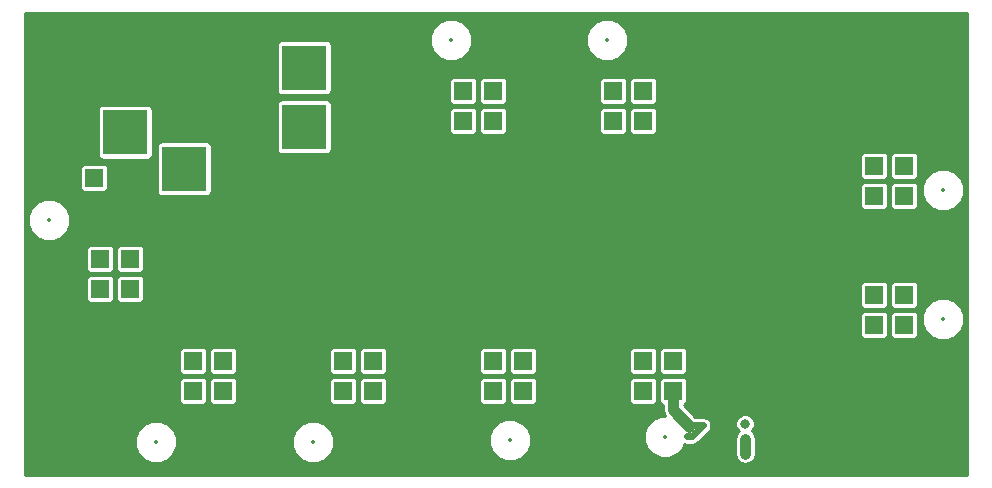
<source format=gbr>
%TF.GenerationSoftware,KiCad,Pcbnew,no-vcs-found-7571~57~ubuntu16.04.1*%
%TF.CreationDate,2017-02-03T14:39:28+01:00*%
%TF.ProjectId,UNIPOWER04A,554E49504F5745523034412E6B696361,rev?*%
%TF.FileFunction,Copper,L1,Top,Signal*%
%TF.FilePolarity,Positive*%
%FSLAX46Y46*%
G04 Gerber Fmt 4.6, Leading zero omitted, Abs format (unit mm)*
G04 Created by KiCad (PCBNEW no-vcs-found-7571~57~ubuntu16.04.1) date Fri Feb  3 14:39:28 2017*
%MOMM*%
%LPD*%
G01*
G04 APERTURE LIST*
%ADD10C,0.350000*%
%ADD11R,3.810000X3.810000*%
%ADD12R,1.524000X1.524000*%
%ADD13C,6.000000*%
%ADD14C,0.800000*%
%ADD15C,0.900000*%
%ADD16C,0.600000*%
%ADD17C,0.254000*%
%ADD18C,0.350000*%
G04 APERTURE END LIST*
D10*
D11*
X14224000Y32870000D03*
X14224000Y26670000D03*
X9224000Y29770000D03*
D12*
X6604000Y25908000D03*
X9652000Y13970000D03*
X7112000Y13970000D03*
X9652000Y16510000D03*
X7112000Y16510000D03*
X9652000Y19050000D03*
X7112000Y19050000D03*
X9652000Y21590000D03*
X7112000Y21590000D03*
X20066000Y10414000D03*
X20066000Y7874000D03*
X17526000Y10414000D03*
X17526000Y7874000D03*
X14986000Y10414000D03*
X14986000Y7874000D03*
X12446000Y10414000D03*
X12446000Y7874000D03*
X37846000Y7874000D03*
X37846000Y10414000D03*
X40386000Y7874000D03*
X40386000Y10414000D03*
X42926000Y7874000D03*
X42926000Y10414000D03*
X45466000Y7874000D03*
X45466000Y10414000D03*
X48006000Y30734000D03*
X48006000Y33274000D03*
X50546000Y30734000D03*
X50546000Y33274000D03*
X53086000Y30734000D03*
X53086000Y33274000D03*
X55626000Y30734000D03*
X55626000Y33274000D03*
X35306000Y30734000D03*
X35306000Y33274000D03*
X37846000Y30734000D03*
X37846000Y33274000D03*
X40386000Y30734000D03*
X40386000Y33274000D03*
X42926000Y30734000D03*
X42926000Y33274000D03*
X75184000Y21844000D03*
X72644000Y21844000D03*
X75184000Y24384000D03*
X72644000Y24384000D03*
X75184000Y26924000D03*
X72644000Y26924000D03*
X75184000Y29464000D03*
X72644000Y29464000D03*
X25146000Y7874000D03*
X25146000Y10414000D03*
X27686000Y7874000D03*
X27686000Y10414000D03*
X30226000Y7874000D03*
X30226000Y10414000D03*
X32766000Y7874000D03*
X32766000Y10414000D03*
X50546000Y7874000D03*
X50546000Y10414000D03*
X53086000Y7874000D03*
X53086000Y10414000D03*
X55626000Y7874000D03*
X55626000Y10414000D03*
X58166000Y7874000D03*
X58166000Y10414000D03*
X75184000Y10922000D03*
X72644000Y10922000D03*
X75184000Y13462000D03*
X72644000Y13462000D03*
X75184000Y16002000D03*
X72644000Y16002000D03*
X75184000Y18542000D03*
X72644000Y18542000D03*
D13*
X76200000Y35560000D03*
X76200000Y5080000D03*
X5080000Y35560000D03*
X5080000Y5080000D03*
D11*
X24384000Y35226000D03*
X24384000Y30226000D03*
X29464000Y30226000D03*
X29464000Y35226000D03*
D14*
X55880000Y36322000D03*
X55880000Y37592000D03*
X55880000Y38608000D03*
X42418000Y35560000D03*
X42418000Y36576000D03*
X42418000Y37846000D03*
X42418000Y39116000D03*
X64516000Y18796000D03*
X66294000Y18796000D03*
X67818000Y19050000D03*
X67818000Y20574000D03*
X67818000Y22098000D03*
X67056000Y23114000D03*
X65532000Y23114000D03*
X64008000Y23114000D03*
X63754000Y21590000D03*
X70358000Y7366000D03*
X69850000Y8382000D03*
X68834000Y8382000D03*
X67818000Y8382000D03*
X66802000Y8382000D03*
X4318000Y10668000D03*
X3048000Y10668000D03*
X1778000Y10668000D03*
X20320000Y5842000D03*
X19304000Y5842000D03*
X18034000Y5842000D03*
X33782000Y5588000D03*
X32766000Y5588000D03*
X31750000Y5588000D03*
X58674000Y28702000D03*
X58674000Y29972000D03*
X58674000Y31496000D03*
X58674000Y33020000D03*
X58674000Y34290000D03*
X57404000Y34290000D03*
X57404000Y33020000D03*
X57404000Y31496000D03*
X57404000Y29972000D03*
X57404000Y28702000D03*
X33528000Y30480000D03*
X33528000Y31750000D03*
X33528000Y33020000D03*
X33528000Y34290000D03*
X33274000Y35560000D03*
X34544000Y35560000D03*
X46228000Y35052000D03*
X46228000Y33782000D03*
X46228000Y32512000D03*
X46228000Y31242000D03*
X46228000Y29972000D03*
X44958000Y29972000D03*
X44958000Y31242000D03*
X44958000Y32512000D03*
X44958000Y33782000D03*
X44958000Y35052000D03*
X73660000Y32766000D03*
X72390000Y32766000D03*
X71120000Y32766000D03*
X71120000Y31496000D03*
X72390000Y31496000D03*
X73914000Y31496000D03*
X75438000Y31496000D03*
X76962000Y31496000D03*
X79756000Y21336000D03*
X78486000Y21336000D03*
X77216000Y21336000D03*
X76200000Y20320000D03*
X74930000Y20320000D03*
X73660000Y20320000D03*
X72390000Y20320000D03*
X71120000Y20320000D03*
X70612000Y10414000D03*
X77216000Y9144000D03*
X75692000Y8890000D03*
X74422000Y8890000D03*
X72898000Y8890000D03*
X71628000Y8890000D03*
X59944000Y6858000D03*
X61214000Y6858000D03*
X61214000Y7874000D03*
X61214000Y9144000D03*
X59944000Y11684000D03*
X59944000Y10414000D03*
X59944000Y9144000D03*
X59944000Y7874000D03*
X48768000Y11176000D03*
X48768000Y9906000D03*
X48768000Y8636000D03*
X47498000Y8636000D03*
X47498000Y9906000D03*
X47498000Y11176000D03*
X36068000Y7874000D03*
X36068000Y9144000D03*
X36068000Y10414000D03*
X36068000Y11430000D03*
X34798000Y11430000D03*
X34798000Y10414000D03*
X34798000Y9144000D03*
X34798000Y7874000D03*
X10668000Y23622000D03*
X9652000Y23622000D03*
X8382000Y23622000D03*
X7112000Y23622000D03*
X10160000Y10668000D03*
X8890000Y10668000D03*
X7366000Y10668000D03*
X6096000Y10668000D03*
X6096000Y11938000D03*
X7366000Y11938000D03*
X8890000Y11938000D03*
X10160000Y11938000D03*
X22098000Y8636000D03*
X22098000Y9906000D03*
X22098000Y7366000D03*
X23114000Y7366000D03*
X23114000Y8636000D03*
X23114000Y9906000D03*
X23114000Y11176000D03*
X22098000Y11176000D03*
X17272000Y35306000D03*
X16002000Y35814000D03*
X14478000Y35814000D03*
X12954000Y35814000D03*
X11430000Y35814000D03*
X11430000Y34544000D03*
X11430000Y33020000D03*
X12192000Y29972000D03*
X13208000Y29972000D03*
X14732000Y29972000D03*
X26162000Y27432000D03*
X27432000Y27432000D03*
X28702000Y27432000D03*
X29972000Y27432000D03*
X31242000Y27432000D03*
X32512000Y27686000D03*
X32512000Y28956000D03*
X32512000Y30226000D03*
X61722000Y5080000D03*
X61722000Y3810000D03*
X61722000Y2540000D03*
D15*
X55880000Y38608000D02*
X55880000Y37592000D01*
X42418000Y36576000D02*
X42418000Y35560000D01*
X42418000Y39116000D02*
X42418000Y37846000D01*
X67818000Y19050000D02*
X66548000Y19050000D01*
X66548000Y19050000D02*
X66294000Y18796000D01*
X67818000Y22098000D02*
X67818000Y20574000D01*
X65532000Y23114000D02*
X67056000Y23114000D01*
X63754000Y21590000D02*
X63754000Y22860000D01*
X63754000Y22860000D02*
X64008000Y23114000D01*
X68834000Y8382000D02*
X69850000Y8382000D01*
X66802000Y8382000D02*
X67818000Y8382000D01*
X1778000Y10668000D02*
X3048000Y10668000D01*
X18034000Y5842000D02*
X19304000Y5842000D01*
X31750000Y5588000D02*
X32766000Y5588000D01*
X44704000Y6096000D02*
X45974000Y6096000D01*
X58674000Y31496000D02*
X58674000Y29972000D01*
X58674000Y34290000D02*
X58674000Y33020000D01*
X57404000Y33020000D02*
X57404000Y34290000D01*
X57404000Y29972000D02*
X57404000Y31496000D01*
X55626000Y30734000D02*
X55626000Y30480000D01*
X55626000Y30480000D02*
X57404000Y28702000D01*
X33528000Y33020000D02*
X33528000Y31750000D01*
X33274000Y35560000D02*
X33274000Y34544000D01*
X33274000Y34544000D02*
X33528000Y34290000D01*
X35306000Y33274000D02*
X35306000Y34798000D01*
X35306000Y34798000D02*
X34544000Y35560000D01*
X46228000Y32512000D02*
X46228000Y33782000D01*
X46228000Y29972000D02*
X46228000Y31242000D01*
X44958000Y31242000D02*
X44958000Y29972000D01*
X44958000Y33782000D02*
X44958000Y32512000D01*
X42926000Y33274000D02*
X43180000Y33274000D01*
X43180000Y33274000D02*
X44958000Y35052000D01*
X71120000Y32766000D02*
X72390000Y32766000D01*
X72390000Y31496000D02*
X71120000Y31496000D01*
X75438000Y31496000D02*
X73914000Y31496000D01*
X75184000Y29464000D02*
X75184000Y29718000D01*
X75184000Y29718000D02*
X76962000Y31496000D01*
X77216000Y21336000D02*
X78486000Y21336000D01*
X74930000Y20320000D02*
X76200000Y20320000D01*
X72390000Y20320000D02*
X73660000Y20320000D01*
X72644000Y18542000D02*
X72644000Y18796000D01*
X72644000Y18796000D02*
X71120000Y20320000D01*
X75692000Y8890000D02*
X76962000Y8890000D01*
X76962000Y8890000D02*
X77216000Y9144000D01*
X72898000Y8890000D02*
X74422000Y8890000D01*
X72644000Y10922000D02*
X72644000Y9906000D01*
X72644000Y9906000D02*
X71628000Y8890000D01*
X61214000Y7874000D02*
X61214000Y6858000D01*
X59944000Y11684000D02*
X59944000Y10414000D01*
X59944000Y10414000D02*
X61214000Y9144000D01*
X59944000Y9144000D02*
X59944000Y10414000D01*
X58166000Y7874000D02*
X59944000Y7874000D01*
X48768000Y8636000D02*
X48768000Y9906000D01*
X47498000Y7366000D02*
X48768000Y7366000D01*
X47498000Y9906000D02*
X47498000Y8636000D01*
X45466000Y10414000D02*
X46736000Y10414000D01*
X46736000Y10414000D02*
X47498000Y11176000D01*
X36068000Y10414000D02*
X36068000Y9144000D01*
X34798000Y11430000D02*
X36068000Y11430000D01*
X34798000Y9144000D02*
X34798000Y10414000D01*
X32766000Y7874000D02*
X34798000Y7874000D01*
X8382000Y23622000D02*
X9652000Y23622000D01*
X7112000Y21590000D02*
X7112000Y23622000D01*
X7366000Y10668000D02*
X8890000Y10668000D01*
X6096000Y11938000D02*
X6096000Y10668000D01*
X8890000Y11938000D02*
X7366000Y11938000D01*
X12446000Y10414000D02*
X11684000Y10414000D01*
X11684000Y10414000D02*
X10160000Y11938000D01*
X22098000Y11176000D02*
X22098000Y9906000D01*
X23114000Y8636000D02*
X23114000Y7366000D01*
X23114000Y11176000D02*
X23114000Y9906000D01*
X20066000Y10414000D02*
X21336000Y10414000D01*
X21336000Y10414000D02*
X22098000Y11176000D01*
X14478000Y35814000D02*
X16002000Y35814000D01*
X11430000Y35814000D02*
X12954000Y35814000D01*
X11430000Y33020000D02*
X11430000Y34544000D01*
X13208000Y29972000D02*
X12192000Y29972000D01*
X14224000Y32870000D02*
X14224000Y30480000D01*
X14224000Y30480000D02*
X14732000Y29972000D01*
X28702000Y27432000D02*
X27432000Y27432000D01*
X31242000Y27432000D02*
X29972000Y27432000D01*
X32512000Y28956000D02*
X32512000Y27686000D01*
X29464000Y30226000D02*
X32512000Y30226000D01*
X61722000Y2540000D02*
X61722000Y3810000D01*
D16*
X57226200Y4032400D02*
X56788200Y4032400D01*
X58131000Y4937200D02*
X57226200Y4032400D01*
X57200800Y4937200D02*
X58131000Y4937200D01*
X55626000Y7874000D02*
X55626000Y6512000D01*
X55626000Y6512000D02*
X57200800Y4937200D01*
D15*
X55626000Y6212000D02*
X56997600Y4840400D01*
X55626000Y7874000D02*
X55626000Y6212000D01*
D17*
G36*
X80524000Y756000D02*
X756000Y756000D01*
X756000Y3204084D01*
X10033693Y3204084D01*
X10303655Y2550726D01*
X10803096Y2050412D01*
X11455982Y1779310D01*
X12162916Y1778693D01*
X12816274Y2048655D01*
X13316588Y2548096D01*
X13587690Y3200982D01*
X13587692Y3204084D01*
X23368693Y3204084D01*
X23638655Y2550726D01*
X24138096Y2050412D01*
X24790982Y1779310D01*
X25497916Y1778693D01*
X26151274Y2048655D01*
X26651588Y2548096D01*
X26922690Y3200982D01*
X26922803Y3331084D01*
X40031093Y3331084D01*
X40301055Y2677726D01*
X40800496Y2177412D01*
X41453382Y1906310D01*
X42160316Y1905693D01*
X42813674Y2175655D01*
X43313988Y2675096D01*
X43585090Y3327982D01*
X43585358Y3635884D01*
X53137493Y3635884D01*
X53407455Y2982526D01*
X53906896Y2482212D01*
X54559782Y2211110D01*
X55266716Y2210493D01*
X55920074Y2480455D01*
X56420388Y2979896D01*
X56573299Y3348147D01*
X56788200Y3305400D01*
X57226195Y3305400D01*
X57226200Y3305399D01*
X57458252Y3351558D01*
X57504411Y3360740D01*
X57740267Y3518333D01*
X58031933Y3810000D01*
X60845000Y3810000D01*
X60845000Y2540000D01*
X60911758Y2204387D01*
X61101867Y1919867D01*
X61386387Y1729758D01*
X61722000Y1663000D01*
X62057613Y1729758D01*
X62342133Y1919867D01*
X62532242Y2204387D01*
X62599000Y2540000D01*
X62599000Y3810000D01*
X62532242Y4145613D01*
X62342133Y4430133D01*
X62281895Y4470383D01*
X62422688Y4610930D01*
X62548856Y4914778D01*
X62549143Y5243779D01*
X62423505Y5547846D01*
X62191070Y5780688D01*
X61887222Y5906856D01*
X61558221Y5907143D01*
X61254154Y5781505D01*
X61021312Y5549070D01*
X60895144Y5245222D01*
X60894857Y4916221D01*
X61020495Y4612154D01*
X61162053Y4470348D01*
X61101867Y4430133D01*
X60911758Y4145613D01*
X60845000Y3810000D01*
X58031933Y3810000D01*
X58645064Y4423131D01*
X58645067Y4423133D01*
X58802660Y4658989D01*
X58858000Y4937200D01*
X58802660Y5215411D01*
X58645067Y5451267D01*
X58409211Y5608860D01*
X58131000Y5664200D01*
X57501933Y5664200D01*
X56503000Y6663134D01*
X56503000Y6699510D01*
X56554607Y6709775D01*
X56695850Y6804150D01*
X56790225Y6945393D01*
X56823365Y7112000D01*
X56823365Y8636000D01*
X56790225Y8802607D01*
X56695850Y8943850D01*
X56554607Y9038225D01*
X56388000Y9071365D01*
X54864000Y9071365D01*
X54697393Y9038225D01*
X54556150Y8943850D01*
X54461775Y8802607D01*
X54428635Y8636000D01*
X54428635Y7112000D01*
X54461775Y6945393D01*
X54556150Y6804150D01*
X54697393Y6709775D01*
X54749000Y6699510D01*
X54749000Y6212000D01*
X54815758Y5876387D01*
X54890303Y5764821D01*
X54562884Y5765107D01*
X53909526Y5495145D01*
X53409212Y4995704D01*
X53138110Y4342818D01*
X53137493Y3635884D01*
X43585358Y3635884D01*
X43585707Y4034916D01*
X43315745Y4688274D01*
X42816304Y5188588D01*
X42163418Y5459690D01*
X41456484Y5460307D01*
X40803126Y5190345D01*
X40302812Y4690904D01*
X40031710Y4038018D01*
X40031093Y3331084D01*
X26922803Y3331084D01*
X26923307Y3907916D01*
X26653345Y4561274D01*
X26153904Y5061588D01*
X25501018Y5332690D01*
X24794084Y5333307D01*
X24140726Y5063345D01*
X23640412Y4563904D01*
X23369310Y3911018D01*
X23368693Y3204084D01*
X13587692Y3204084D01*
X13588307Y3907916D01*
X13318345Y4561274D01*
X12818904Y5061588D01*
X12166018Y5332690D01*
X11459084Y5333307D01*
X10805726Y5063345D01*
X10305412Y4563904D01*
X10034310Y3911018D01*
X10033693Y3204084D01*
X756000Y3204084D01*
X756000Y8636000D01*
X13788635Y8636000D01*
X13788635Y7112000D01*
X13821775Y6945393D01*
X13916150Y6804150D01*
X14057393Y6709775D01*
X14224000Y6676635D01*
X15748000Y6676635D01*
X15914607Y6709775D01*
X16055850Y6804150D01*
X16150225Y6945393D01*
X16183365Y7112000D01*
X16183365Y8636000D01*
X16328635Y8636000D01*
X16328635Y7112000D01*
X16361775Y6945393D01*
X16456150Y6804150D01*
X16597393Y6709775D01*
X16764000Y6676635D01*
X18288000Y6676635D01*
X18454607Y6709775D01*
X18595850Y6804150D01*
X18690225Y6945393D01*
X18723365Y7112000D01*
X18723365Y8636000D01*
X26488635Y8636000D01*
X26488635Y7112000D01*
X26521775Y6945393D01*
X26616150Y6804150D01*
X26757393Y6709775D01*
X26924000Y6676635D01*
X28448000Y6676635D01*
X28614607Y6709775D01*
X28755850Y6804150D01*
X28850225Y6945393D01*
X28883365Y7112000D01*
X28883365Y8636000D01*
X29028635Y8636000D01*
X29028635Y7112000D01*
X29061775Y6945393D01*
X29156150Y6804150D01*
X29297393Y6709775D01*
X29464000Y6676635D01*
X30988000Y6676635D01*
X31154607Y6709775D01*
X31295850Y6804150D01*
X31390225Y6945393D01*
X31423365Y7112000D01*
X31423365Y8636000D01*
X39188635Y8636000D01*
X39188635Y7112000D01*
X39221775Y6945393D01*
X39316150Y6804150D01*
X39457393Y6709775D01*
X39624000Y6676635D01*
X41148000Y6676635D01*
X41314607Y6709775D01*
X41455850Y6804150D01*
X41550225Y6945393D01*
X41583365Y7112000D01*
X41583365Y8636000D01*
X41728635Y8636000D01*
X41728635Y7112000D01*
X41761775Y6945393D01*
X41856150Y6804150D01*
X41997393Y6709775D01*
X42164000Y6676635D01*
X43688000Y6676635D01*
X43854607Y6709775D01*
X43995850Y6804150D01*
X44090225Y6945393D01*
X44123365Y7112000D01*
X44123365Y8636000D01*
X51888635Y8636000D01*
X51888635Y7112000D01*
X51921775Y6945393D01*
X52016150Y6804150D01*
X52157393Y6709775D01*
X52324000Y6676635D01*
X53848000Y6676635D01*
X54014607Y6709775D01*
X54155850Y6804150D01*
X54250225Y6945393D01*
X54283365Y7112000D01*
X54283365Y8636000D01*
X54250225Y8802607D01*
X54155850Y8943850D01*
X54014607Y9038225D01*
X53848000Y9071365D01*
X52324000Y9071365D01*
X52157393Y9038225D01*
X52016150Y8943850D01*
X51921775Y8802607D01*
X51888635Y8636000D01*
X44123365Y8636000D01*
X44090225Y8802607D01*
X43995850Y8943850D01*
X43854607Y9038225D01*
X43688000Y9071365D01*
X42164000Y9071365D01*
X41997393Y9038225D01*
X41856150Y8943850D01*
X41761775Y8802607D01*
X41728635Y8636000D01*
X41583365Y8636000D01*
X41550225Y8802607D01*
X41455850Y8943850D01*
X41314607Y9038225D01*
X41148000Y9071365D01*
X39624000Y9071365D01*
X39457393Y9038225D01*
X39316150Y8943850D01*
X39221775Y8802607D01*
X39188635Y8636000D01*
X31423365Y8636000D01*
X31390225Y8802607D01*
X31295850Y8943850D01*
X31154607Y9038225D01*
X30988000Y9071365D01*
X29464000Y9071365D01*
X29297393Y9038225D01*
X29156150Y8943850D01*
X29061775Y8802607D01*
X29028635Y8636000D01*
X28883365Y8636000D01*
X28850225Y8802607D01*
X28755850Y8943850D01*
X28614607Y9038225D01*
X28448000Y9071365D01*
X26924000Y9071365D01*
X26757393Y9038225D01*
X26616150Y8943850D01*
X26521775Y8802607D01*
X26488635Y8636000D01*
X18723365Y8636000D01*
X18690225Y8802607D01*
X18595850Y8943850D01*
X18454607Y9038225D01*
X18288000Y9071365D01*
X16764000Y9071365D01*
X16597393Y9038225D01*
X16456150Y8943850D01*
X16361775Y8802607D01*
X16328635Y8636000D01*
X16183365Y8636000D01*
X16150225Y8802607D01*
X16055850Y8943850D01*
X15914607Y9038225D01*
X15748000Y9071365D01*
X14224000Y9071365D01*
X14057393Y9038225D01*
X13916150Y8943850D01*
X13821775Y8802607D01*
X13788635Y8636000D01*
X756000Y8636000D01*
X756000Y11176000D01*
X13788635Y11176000D01*
X13788635Y9652000D01*
X13821775Y9485393D01*
X13916150Y9344150D01*
X14057393Y9249775D01*
X14224000Y9216635D01*
X15748000Y9216635D01*
X15914607Y9249775D01*
X16055850Y9344150D01*
X16150225Y9485393D01*
X16183365Y9652000D01*
X16183365Y11176000D01*
X16328635Y11176000D01*
X16328635Y9652000D01*
X16361775Y9485393D01*
X16456150Y9344150D01*
X16597393Y9249775D01*
X16764000Y9216635D01*
X18288000Y9216635D01*
X18454607Y9249775D01*
X18595850Y9344150D01*
X18690225Y9485393D01*
X18723365Y9652000D01*
X18723365Y11176000D01*
X26488635Y11176000D01*
X26488635Y9652000D01*
X26521775Y9485393D01*
X26616150Y9344150D01*
X26757393Y9249775D01*
X26924000Y9216635D01*
X28448000Y9216635D01*
X28614607Y9249775D01*
X28755850Y9344150D01*
X28850225Y9485393D01*
X28883365Y9652000D01*
X28883365Y11176000D01*
X29028635Y11176000D01*
X29028635Y9652000D01*
X29061775Y9485393D01*
X29156150Y9344150D01*
X29297393Y9249775D01*
X29464000Y9216635D01*
X30988000Y9216635D01*
X31154607Y9249775D01*
X31295850Y9344150D01*
X31390225Y9485393D01*
X31423365Y9652000D01*
X31423365Y11176000D01*
X39188635Y11176000D01*
X39188635Y9652000D01*
X39221775Y9485393D01*
X39316150Y9344150D01*
X39457393Y9249775D01*
X39624000Y9216635D01*
X41148000Y9216635D01*
X41314607Y9249775D01*
X41455850Y9344150D01*
X41550225Y9485393D01*
X41583365Y9652000D01*
X41583365Y11176000D01*
X41728635Y11176000D01*
X41728635Y9652000D01*
X41761775Y9485393D01*
X41856150Y9344150D01*
X41997393Y9249775D01*
X42164000Y9216635D01*
X43688000Y9216635D01*
X43854607Y9249775D01*
X43995850Y9344150D01*
X44090225Y9485393D01*
X44123365Y9652000D01*
X44123365Y11176000D01*
X51888635Y11176000D01*
X51888635Y9652000D01*
X51921775Y9485393D01*
X52016150Y9344150D01*
X52157393Y9249775D01*
X52324000Y9216635D01*
X53848000Y9216635D01*
X54014607Y9249775D01*
X54155850Y9344150D01*
X54250225Y9485393D01*
X54283365Y9652000D01*
X54283365Y11176000D01*
X54428635Y11176000D01*
X54428635Y9652000D01*
X54461775Y9485393D01*
X54556150Y9344150D01*
X54697393Y9249775D01*
X54864000Y9216635D01*
X56388000Y9216635D01*
X56554607Y9249775D01*
X56695850Y9344150D01*
X56790225Y9485393D01*
X56823365Y9652000D01*
X56823365Y11176000D01*
X56790225Y11342607D01*
X56695850Y11483850D01*
X56554607Y11578225D01*
X56388000Y11611365D01*
X54864000Y11611365D01*
X54697393Y11578225D01*
X54556150Y11483850D01*
X54461775Y11342607D01*
X54428635Y11176000D01*
X54283365Y11176000D01*
X54250225Y11342607D01*
X54155850Y11483850D01*
X54014607Y11578225D01*
X53848000Y11611365D01*
X52324000Y11611365D01*
X52157393Y11578225D01*
X52016150Y11483850D01*
X51921775Y11342607D01*
X51888635Y11176000D01*
X44123365Y11176000D01*
X44090225Y11342607D01*
X43995850Y11483850D01*
X43854607Y11578225D01*
X43688000Y11611365D01*
X42164000Y11611365D01*
X41997393Y11578225D01*
X41856150Y11483850D01*
X41761775Y11342607D01*
X41728635Y11176000D01*
X41583365Y11176000D01*
X41550225Y11342607D01*
X41455850Y11483850D01*
X41314607Y11578225D01*
X41148000Y11611365D01*
X39624000Y11611365D01*
X39457393Y11578225D01*
X39316150Y11483850D01*
X39221775Y11342607D01*
X39188635Y11176000D01*
X31423365Y11176000D01*
X31390225Y11342607D01*
X31295850Y11483850D01*
X31154607Y11578225D01*
X30988000Y11611365D01*
X29464000Y11611365D01*
X29297393Y11578225D01*
X29156150Y11483850D01*
X29061775Y11342607D01*
X29028635Y11176000D01*
X28883365Y11176000D01*
X28850225Y11342607D01*
X28755850Y11483850D01*
X28614607Y11578225D01*
X28448000Y11611365D01*
X26924000Y11611365D01*
X26757393Y11578225D01*
X26616150Y11483850D01*
X26521775Y11342607D01*
X26488635Y11176000D01*
X18723365Y11176000D01*
X18690225Y11342607D01*
X18595850Y11483850D01*
X18454607Y11578225D01*
X18288000Y11611365D01*
X16764000Y11611365D01*
X16597393Y11578225D01*
X16456150Y11483850D01*
X16361775Y11342607D01*
X16328635Y11176000D01*
X16183365Y11176000D01*
X16150225Y11342607D01*
X16055850Y11483850D01*
X15914607Y11578225D01*
X15748000Y11611365D01*
X14224000Y11611365D01*
X14057393Y11578225D01*
X13916150Y11483850D01*
X13821775Y11342607D01*
X13788635Y11176000D01*
X756000Y11176000D01*
X756000Y14224000D01*
X71446635Y14224000D01*
X71446635Y12700000D01*
X71479775Y12533393D01*
X71574150Y12392150D01*
X71715393Y12297775D01*
X71882000Y12264635D01*
X73406000Y12264635D01*
X73572607Y12297775D01*
X73713850Y12392150D01*
X73808225Y12533393D01*
X73841365Y12700000D01*
X73841365Y14224000D01*
X73986635Y14224000D01*
X73986635Y12700000D01*
X74019775Y12533393D01*
X74114150Y12392150D01*
X74255393Y12297775D01*
X74422000Y12264635D01*
X75946000Y12264635D01*
X76112607Y12297775D01*
X76253850Y12392150D01*
X76348225Y12533393D01*
X76381365Y12700000D01*
X76381365Y13618084D01*
X76708693Y13618084D01*
X76978655Y12964726D01*
X77478096Y12464412D01*
X78130982Y12193310D01*
X78837916Y12192693D01*
X79491274Y12462655D01*
X79991588Y12962096D01*
X80262690Y13614982D01*
X80263307Y14321916D01*
X79993345Y14975274D01*
X79493904Y15475588D01*
X78841018Y15746690D01*
X78134084Y15747307D01*
X77480726Y15477345D01*
X76980412Y14977904D01*
X76709310Y14325018D01*
X76708693Y13618084D01*
X76381365Y13618084D01*
X76381365Y14224000D01*
X76348225Y14390607D01*
X76253850Y14531850D01*
X76112607Y14626225D01*
X75946000Y14659365D01*
X74422000Y14659365D01*
X74255393Y14626225D01*
X74114150Y14531850D01*
X74019775Y14390607D01*
X73986635Y14224000D01*
X73841365Y14224000D01*
X73808225Y14390607D01*
X73713850Y14531850D01*
X73572607Y14626225D01*
X73406000Y14659365D01*
X71882000Y14659365D01*
X71715393Y14626225D01*
X71574150Y14531850D01*
X71479775Y14390607D01*
X71446635Y14224000D01*
X756000Y14224000D01*
X756000Y17272000D01*
X5914635Y17272000D01*
X5914635Y15748000D01*
X5947775Y15581393D01*
X6042150Y15440150D01*
X6183393Y15345775D01*
X6350000Y15312635D01*
X7874000Y15312635D01*
X8040607Y15345775D01*
X8181850Y15440150D01*
X8276225Y15581393D01*
X8309365Y15748000D01*
X8309365Y17272000D01*
X8454635Y17272000D01*
X8454635Y15748000D01*
X8487775Y15581393D01*
X8582150Y15440150D01*
X8723393Y15345775D01*
X8890000Y15312635D01*
X10414000Y15312635D01*
X10580607Y15345775D01*
X10721850Y15440150D01*
X10816225Y15581393D01*
X10849365Y15748000D01*
X10849365Y16764000D01*
X71446635Y16764000D01*
X71446635Y15240000D01*
X71479775Y15073393D01*
X71574150Y14932150D01*
X71715393Y14837775D01*
X71882000Y14804635D01*
X73406000Y14804635D01*
X73572607Y14837775D01*
X73713850Y14932150D01*
X73808225Y15073393D01*
X73841365Y15240000D01*
X73841365Y16764000D01*
X73986635Y16764000D01*
X73986635Y15240000D01*
X74019775Y15073393D01*
X74114150Y14932150D01*
X74255393Y14837775D01*
X74422000Y14804635D01*
X75946000Y14804635D01*
X76112607Y14837775D01*
X76253850Y14932150D01*
X76348225Y15073393D01*
X76381365Y15240000D01*
X76381365Y16764000D01*
X76348225Y16930607D01*
X76253850Y17071850D01*
X76112607Y17166225D01*
X75946000Y17199365D01*
X74422000Y17199365D01*
X74255393Y17166225D01*
X74114150Y17071850D01*
X74019775Y16930607D01*
X73986635Y16764000D01*
X73841365Y16764000D01*
X73808225Y16930607D01*
X73713850Y17071850D01*
X73572607Y17166225D01*
X73406000Y17199365D01*
X71882000Y17199365D01*
X71715393Y17166225D01*
X71574150Y17071850D01*
X71479775Y16930607D01*
X71446635Y16764000D01*
X10849365Y16764000D01*
X10849365Y17272000D01*
X10816225Y17438607D01*
X10721850Y17579850D01*
X10580607Y17674225D01*
X10414000Y17707365D01*
X8890000Y17707365D01*
X8723393Y17674225D01*
X8582150Y17579850D01*
X8487775Y17438607D01*
X8454635Y17272000D01*
X8309365Y17272000D01*
X8276225Y17438607D01*
X8181850Y17579850D01*
X8040607Y17674225D01*
X7874000Y17707365D01*
X6350000Y17707365D01*
X6183393Y17674225D01*
X6042150Y17579850D01*
X5947775Y17438607D01*
X5914635Y17272000D01*
X756000Y17272000D01*
X756000Y19812000D01*
X5914635Y19812000D01*
X5914635Y18288000D01*
X5947775Y18121393D01*
X6042150Y17980150D01*
X6183393Y17885775D01*
X6350000Y17852635D01*
X7874000Y17852635D01*
X8040607Y17885775D01*
X8181850Y17980150D01*
X8276225Y18121393D01*
X8309365Y18288000D01*
X8309365Y19812000D01*
X8454635Y19812000D01*
X8454635Y18288000D01*
X8487775Y18121393D01*
X8582150Y17980150D01*
X8723393Y17885775D01*
X8890000Y17852635D01*
X10414000Y17852635D01*
X10580607Y17885775D01*
X10721850Y17980150D01*
X10816225Y18121393D01*
X10849365Y18288000D01*
X10849365Y19812000D01*
X10816225Y19978607D01*
X10721850Y20119850D01*
X10580607Y20214225D01*
X10414000Y20247365D01*
X8890000Y20247365D01*
X8723393Y20214225D01*
X8582150Y20119850D01*
X8487775Y19978607D01*
X8454635Y19812000D01*
X8309365Y19812000D01*
X8276225Y19978607D01*
X8181850Y20119850D01*
X8040607Y20214225D01*
X7874000Y20247365D01*
X6350000Y20247365D01*
X6183393Y20214225D01*
X6042150Y20119850D01*
X5947775Y19978607D01*
X5914635Y19812000D01*
X756000Y19812000D01*
X756000Y22000084D01*
X1016693Y22000084D01*
X1286655Y21346726D01*
X1786096Y20846412D01*
X2438982Y20575310D01*
X3145916Y20574693D01*
X3799274Y20844655D01*
X4299588Y21344096D01*
X4570690Y21996982D01*
X4571307Y22703916D01*
X4301345Y23357274D01*
X3801904Y23857588D01*
X3149018Y24128690D01*
X2442084Y24129307D01*
X1788726Y23859345D01*
X1288412Y23359904D01*
X1017310Y22707018D01*
X1016693Y22000084D01*
X756000Y22000084D01*
X756000Y26670000D01*
X5406635Y26670000D01*
X5406635Y25146000D01*
X5439775Y24979393D01*
X5534150Y24838150D01*
X5675393Y24743775D01*
X5842000Y24710635D01*
X7366000Y24710635D01*
X7532607Y24743775D01*
X7673850Y24838150D01*
X7768225Y24979393D01*
X7801365Y25146000D01*
X7801365Y26670000D01*
X7768225Y26836607D01*
X7673850Y26977850D01*
X7532607Y27072225D01*
X7366000Y27105365D01*
X5842000Y27105365D01*
X5675393Y27072225D01*
X5534150Y26977850D01*
X5439775Y26836607D01*
X5406635Y26670000D01*
X756000Y26670000D01*
X756000Y31675000D01*
X6883635Y31675000D01*
X6883635Y27865000D01*
X6916775Y27698393D01*
X7011150Y27557150D01*
X7152393Y27462775D01*
X7319000Y27429635D01*
X11129000Y27429635D01*
X11295607Y27462775D01*
X11436850Y27557150D01*
X11531225Y27698393D01*
X11564365Y27865000D01*
X11564365Y28575000D01*
X11883635Y28575000D01*
X11883635Y24765000D01*
X11916775Y24598393D01*
X12011150Y24457150D01*
X12152393Y24362775D01*
X12319000Y24329635D01*
X16129000Y24329635D01*
X16295607Y24362775D01*
X16436850Y24457150D01*
X16531225Y24598393D01*
X16564365Y24765000D01*
X16564365Y25146000D01*
X71446635Y25146000D01*
X71446635Y23622000D01*
X71479775Y23455393D01*
X71574150Y23314150D01*
X71715393Y23219775D01*
X71882000Y23186635D01*
X73406000Y23186635D01*
X73572607Y23219775D01*
X73713850Y23314150D01*
X73808225Y23455393D01*
X73841365Y23622000D01*
X73841365Y25146000D01*
X73986635Y25146000D01*
X73986635Y23622000D01*
X74019775Y23455393D01*
X74114150Y23314150D01*
X74255393Y23219775D01*
X74422000Y23186635D01*
X75946000Y23186635D01*
X76112607Y23219775D01*
X76253850Y23314150D01*
X76348225Y23455393D01*
X76381365Y23622000D01*
X76381365Y24540084D01*
X76708693Y24540084D01*
X76978655Y23886726D01*
X77478096Y23386412D01*
X78130982Y23115310D01*
X78837916Y23114693D01*
X79491274Y23384655D01*
X79991588Y23884096D01*
X80262690Y24536982D01*
X80263307Y25243916D01*
X79993345Y25897274D01*
X79493904Y26397588D01*
X78841018Y26668690D01*
X78134084Y26669307D01*
X77480726Y26399345D01*
X76980412Y25899904D01*
X76709310Y25247018D01*
X76708693Y24540084D01*
X76381365Y24540084D01*
X76381365Y25146000D01*
X76348225Y25312607D01*
X76253850Y25453850D01*
X76112607Y25548225D01*
X75946000Y25581365D01*
X74422000Y25581365D01*
X74255393Y25548225D01*
X74114150Y25453850D01*
X74019775Y25312607D01*
X73986635Y25146000D01*
X73841365Y25146000D01*
X73808225Y25312607D01*
X73713850Y25453850D01*
X73572607Y25548225D01*
X73406000Y25581365D01*
X71882000Y25581365D01*
X71715393Y25548225D01*
X71574150Y25453850D01*
X71479775Y25312607D01*
X71446635Y25146000D01*
X16564365Y25146000D01*
X16564365Y27686000D01*
X71446635Y27686000D01*
X71446635Y26162000D01*
X71479775Y25995393D01*
X71574150Y25854150D01*
X71715393Y25759775D01*
X71882000Y25726635D01*
X73406000Y25726635D01*
X73572607Y25759775D01*
X73713850Y25854150D01*
X73808225Y25995393D01*
X73841365Y26162000D01*
X73841365Y27686000D01*
X73986635Y27686000D01*
X73986635Y26162000D01*
X74019775Y25995393D01*
X74114150Y25854150D01*
X74255393Y25759775D01*
X74422000Y25726635D01*
X75946000Y25726635D01*
X76112607Y25759775D01*
X76253850Y25854150D01*
X76348225Y25995393D01*
X76381365Y26162000D01*
X76381365Y27686000D01*
X76348225Y27852607D01*
X76253850Y27993850D01*
X76112607Y28088225D01*
X75946000Y28121365D01*
X74422000Y28121365D01*
X74255393Y28088225D01*
X74114150Y27993850D01*
X74019775Y27852607D01*
X73986635Y27686000D01*
X73841365Y27686000D01*
X73808225Y27852607D01*
X73713850Y27993850D01*
X73572607Y28088225D01*
X73406000Y28121365D01*
X71882000Y28121365D01*
X71715393Y28088225D01*
X71574150Y27993850D01*
X71479775Y27852607D01*
X71446635Y27686000D01*
X16564365Y27686000D01*
X16564365Y28575000D01*
X16531225Y28741607D01*
X16436850Y28882850D01*
X16295607Y28977225D01*
X16129000Y29010365D01*
X12319000Y29010365D01*
X12152393Y28977225D01*
X12011150Y28882850D01*
X11916775Y28741607D01*
X11883635Y28575000D01*
X11564365Y28575000D01*
X11564365Y31675000D01*
X11531225Y31841607D01*
X11436850Y31982850D01*
X11295607Y32077225D01*
X11129000Y32110365D01*
X7319000Y32110365D01*
X7152393Y32077225D01*
X7011150Y31982850D01*
X6916775Y31841607D01*
X6883635Y31675000D01*
X756000Y31675000D01*
X756000Y32131000D01*
X22043635Y32131000D01*
X22043635Y28321000D01*
X22076775Y28154393D01*
X22171150Y28013150D01*
X22312393Y27918775D01*
X22479000Y27885635D01*
X26289000Y27885635D01*
X26455607Y27918775D01*
X26596850Y28013150D01*
X26691225Y28154393D01*
X26724365Y28321000D01*
X26724365Y31496000D01*
X36648635Y31496000D01*
X36648635Y29972000D01*
X36681775Y29805393D01*
X36776150Y29664150D01*
X36917393Y29569775D01*
X37084000Y29536635D01*
X38608000Y29536635D01*
X38774607Y29569775D01*
X38915850Y29664150D01*
X39010225Y29805393D01*
X39043365Y29972000D01*
X39043365Y31496000D01*
X39188635Y31496000D01*
X39188635Y29972000D01*
X39221775Y29805393D01*
X39316150Y29664150D01*
X39457393Y29569775D01*
X39624000Y29536635D01*
X41148000Y29536635D01*
X41314607Y29569775D01*
X41455850Y29664150D01*
X41550225Y29805393D01*
X41583365Y29972000D01*
X41583365Y31496000D01*
X49348635Y31496000D01*
X49348635Y29972000D01*
X49381775Y29805393D01*
X49476150Y29664150D01*
X49617393Y29569775D01*
X49784000Y29536635D01*
X51308000Y29536635D01*
X51474607Y29569775D01*
X51615850Y29664150D01*
X51710225Y29805393D01*
X51743365Y29972000D01*
X51743365Y31496000D01*
X51888635Y31496000D01*
X51888635Y29972000D01*
X51921775Y29805393D01*
X52016150Y29664150D01*
X52157393Y29569775D01*
X52324000Y29536635D01*
X53848000Y29536635D01*
X54014607Y29569775D01*
X54155850Y29664150D01*
X54250225Y29805393D01*
X54283365Y29972000D01*
X54283365Y31496000D01*
X54250225Y31662607D01*
X54155850Y31803850D01*
X54014607Y31898225D01*
X53848000Y31931365D01*
X52324000Y31931365D01*
X52157393Y31898225D01*
X52016150Y31803850D01*
X51921775Y31662607D01*
X51888635Y31496000D01*
X51743365Y31496000D01*
X51710225Y31662607D01*
X51615850Y31803850D01*
X51474607Y31898225D01*
X51308000Y31931365D01*
X49784000Y31931365D01*
X49617393Y31898225D01*
X49476150Y31803850D01*
X49381775Y31662607D01*
X49348635Y31496000D01*
X41583365Y31496000D01*
X41550225Y31662607D01*
X41455850Y31803850D01*
X41314607Y31898225D01*
X41148000Y31931365D01*
X39624000Y31931365D01*
X39457393Y31898225D01*
X39316150Y31803850D01*
X39221775Y31662607D01*
X39188635Y31496000D01*
X39043365Y31496000D01*
X39010225Y31662607D01*
X38915850Y31803850D01*
X38774607Y31898225D01*
X38608000Y31931365D01*
X37084000Y31931365D01*
X36917393Y31898225D01*
X36776150Y31803850D01*
X36681775Y31662607D01*
X36648635Y31496000D01*
X26724365Y31496000D01*
X26724365Y32131000D01*
X26691225Y32297607D01*
X26596850Y32438850D01*
X26455607Y32533225D01*
X26289000Y32566365D01*
X22479000Y32566365D01*
X22312393Y32533225D01*
X22171150Y32438850D01*
X22076775Y32297607D01*
X22043635Y32131000D01*
X756000Y32131000D01*
X756000Y37131000D01*
X22043635Y37131000D01*
X22043635Y33321000D01*
X22076775Y33154393D01*
X22171150Y33013150D01*
X22312393Y32918775D01*
X22479000Y32885635D01*
X26289000Y32885635D01*
X26455607Y32918775D01*
X26596850Y33013150D01*
X26691225Y33154393D01*
X26724365Y33321000D01*
X26724365Y34036000D01*
X36648635Y34036000D01*
X36648635Y32512000D01*
X36681775Y32345393D01*
X36776150Y32204150D01*
X36917393Y32109775D01*
X37084000Y32076635D01*
X38608000Y32076635D01*
X38774607Y32109775D01*
X38915850Y32204150D01*
X39010225Y32345393D01*
X39043365Y32512000D01*
X39043365Y34036000D01*
X39188635Y34036000D01*
X39188635Y32512000D01*
X39221775Y32345393D01*
X39316150Y32204150D01*
X39457393Y32109775D01*
X39624000Y32076635D01*
X41148000Y32076635D01*
X41314607Y32109775D01*
X41455850Y32204150D01*
X41550225Y32345393D01*
X41583365Y32512000D01*
X41583365Y34036000D01*
X49348635Y34036000D01*
X49348635Y32512000D01*
X49381775Y32345393D01*
X49476150Y32204150D01*
X49617393Y32109775D01*
X49784000Y32076635D01*
X51308000Y32076635D01*
X51474607Y32109775D01*
X51615850Y32204150D01*
X51710225Y32345393D01*
X51743365Y32512000D01*
X51743365Y34036000D01*
X51888635Y34036000D01*
X51888635Y32512000D01*
X51921775Y32345393D01*
X52016150Y32204150D01*
X52157393Y32109775D01*
X52324000Y32076635D01*
X53848000Y32076635D01*
X54014607Y32109775D01*
X54155850Y32204150D01*
X54250225Y32345393D01*
X54283365Y32512000D01*
X54283365Y34036000D01*
X54250225Y34202607D01*
X54155850Y34343850D01*
X54014607Y34438225D01*
X53848000Y34471365D01*
X52324000Y34471365D01*
X52157393Y34438225D01*
X52016150Y34343850D01*
X51921775Y34202607D01*
X51888635Y34036000D01*
X51743365Y34036000D01*
X51710225Y34202607D01*
X51615850Y34343850D01*
X51474607Y34438225D01*
X51308000Y34471365D01*
X49784000Y34471365D01*
X49617393Y34438225D01*
X49476150Y34343850D01*
X49381775Y34202607D01*
X49348635Y34036000D01*
X41583365Y34036000D01*
X41550225Y34202607D01*
X41455850Y34343850D01*
X41314607Y34438225D01*
X41148000Y34471365D01*
X39624000Y34471365D01*
X39457393Y34438225D01*
X39316150Y34343850D01*
X39221775Y34202607D01*
X39188635Y34036000D01*
X39043365Y34036000D01*
X39010225Y34202607D01*
X38915850Y34343850D01*
X38774607Y34438225D01*
X38608000Y34471365D01*
X37084000Y34471365D01*
X36917393Y34438225D01*
X36776150Y34343850D01*
X36681775Y34202607D01*
X36648635Y34036000D01*
X26724365Y34036000D01*
X26724365Y37131000D01*
X26702667Y37240084D01*
X35052693Y37240084D01*
X35322655Y36586726D01*
X35822096Y36086412D01*
X36474982Y35815310D01*
X37181916Y35814693D01*
X37835274Y36084655D01*
X38335588Y36584096D01*
X38606690Y37236982D01*
X38606692Y37240084D01*
X48260693Y37240084D01*
X48530655Y36586726D01*
X49030096Y36086412D01*
X49682982Y35815310D01*
X50389916Y35814693D01*
X51043274Y36084655D01*
X51543588Y36584096D01*
X51814690Y37236982D01*
X51815307Y37943916D01*
X51545345Y38597274D01*
X51045904Y39097588D01*
X50393018Y39368690D01*
X49686084Y39369307D01*
X49032726Y39099345D01*
X48532412Y38599904D01*
X48261310Y37947018D01*
X48260693Y37240084D01*
X38606692Y37240084D01*
X38607307Y37943916D01*
X38337345Y38597274D01*
X37837904Y39097588D01*
X37185018Y39368690D01*
X36478084Y39369307D01*
X35824726Y39099345D01*
X35324412Y38599904D01*
X35053310Y37947018D01*
X35052693Y37240084D01*
X26702667Y37240084D01*
X26691225Y37297607D01*
X26596850Y37438850D01*
X26455607Y37533225D01*
X26289000Y37566365D01*
X22479000Y37566365D01*
X22312393Y37533225D01*
X22171150Y37438850D01*
X22076775Y37297607D01*
X22043635Y37131000D01*
X756000Y37131000D01*
X756000Y39884000D01*
X80524000Y39884000D01*
X80524000Y756000D01*
X80524000Y756000D01*
G37*
X80524000Y756000D02*
X756000Y756000D01*
X756000Y3204084D01*
X10033693Y3204084D01*
X10303655Y2550726D01*
X10803096Y2050412D01*
X11455982Y1779310D01*
X12162916Y1778693D01*
X12816274Y2048655D01*
X13316588Y2548096D01*
X13587690Y3200982D01*
X13587692Y3204084D01*
X23368693Y3204084D01*
X23638655Y2550726D01*
X24138096Y2050412D01*
X24790982Y1779310D01*
X25497916Y1778693D01*
X26151274Y2048655D01*
X26651588Y2548096D01*
X26922690Y3200982D01*
X26922803Y3331084D01*
X40031093Y3331084D01*
X40301055Y2677726D01*
X40800496Y2177412D01*
X41453382Y1906310D01*
X42160316Y1905693D01*
X42813674Y2175655D01*
X43313988Y2675096D01*
X43585090Y3327982D01*
X43585358Y3635884D01*
X53137493Y3635884D01*
X53407455Y2982526D01*
X53906896Y2482212D01*
X54559782Y2211110D01*
X55266716Y2210493D01*
X55920074Y2480455D01*
X56420388Y2979896D01*
X56573299Y3348147D01*
X56788200Y3305400D01*
X57226195Y3305400D01*
X57226200Y3305399D01*
X57458252Y3351558D01*
X57504411Y3360740D01*
X57740267Y3518333D01*
X58031933Y3810000D01*
X60845000Y3810000D01*
X60845000Y2540000D01*
X60911758Y2204387D01*
X61101867Y1919867D01*
X61386387Y1729758D01*
X61722000Y1663000D01*
X62057613Y1729758D01*
X62342133Y1919867D01*
X62532242Y2204387D01*
X62599000Y2540000D01*
X62599000Y3810000D01*
X62532242Y4145613D01*
X62342133Y4430133D01*
X62281895Y4470383D01*
X62422688Y4610930D01*
X62548856Y4914778D01*
X62549143Y5243779D01*
X62423505Y5547846D01*
X62191070Y5780688D01*
X61887222Y5906856D01*
X61558221Y5907143D01*
X61254154Y5781505D01*
X61021312Y5549070D01*
X60895144Y5245222D01*
X60894857Y4916221D01*
X61020495Y4612154D01*
X61162053Y4470348D01*
X61101867Y4430133D01*
X60911758Y4145613D01*
X60845000Y3810000D01*
X58031933Y3810000D01*
X58645064Y4423131D01*
X58645067Y4423133D01*
X58802660Y4658989D01*
X58858000Y4937200D01*
X58802660Y5215411D01*
X58645067Y5451267D01*
X58409211Y5608860D01*
X58131000Y5664200D01*
X57501933Y5664200D01*
X56503000Y6663134D01*
X56503000Y6699510D01*
X56554607Y6709775D01*
X56695850Y6804150D01*
X56790225Y6945393D01*
X56823365Y7112000D01*
X56823365Y8636000D01*
X56790225Y8802607D01*
X56695850Y8943850D01*
X56554607Y9038225D01*
X56388000Y9071365D01*
X54864000Y9071365D01*
X54697393Y9038225D01*
X54556150Y8943850D01*
X54461775Y8802607D01*
X54428635Y8636000D01*
X54428635Y7112000D01*
X54461775Y6945393D01*
X54556150Y6804150D01*
X54697393Y6709775D01*
X54749000Y6699510D01*
X54749000Y6212000D01*
X54815758Y5876387D01*
X54890303Y5764821D01*
X54562884Y5765107D01*
X53909526Y5495145D01*
X53409212Y4995704D01*
X53138110Y4342818D01*
X53137493Y3635884D01*
X43585358Y3635884D01*
X43585707Y4034916D01*
X43315745Y4688274D01*
X42816304Y5188588D01*
X42163418Y5459690D01*
X41456484Y5460307D01*
X40803126Y5190345D01*
X40302812Y4690904D01*
X40031710Y4038018D01*
X40031093Y3331084D01*
X26922803Y3331084D01*
X26923307Y3907916D01*
X26653345Y4561274D01*
X26153904Y5061588D01*
X25501018Y5332690D01*
X24794084Y5333307D01*
X24140726Y5063345D01*
X23640412Y4563904D01*
X23369310Y3911018D01*
X23368693Y3204084D01*
X13587692Y3204084D01*
X13588307Y3907916D01*
X13318345Y4561274D01*
X12818904Y5061588D01*
X12166018Y5332690D01*
X11459084Y5333307D01*
X10805726Y5063345D01*
X10305412Y4563904D01*
X10034310Y3911018D01*
X10033693Y3204084D01*
X756000Y3204084D01*
X756000Y8636000D01*
X13788635Y8636000D01*
X13788635Y7112000D01*
X13821775Y6945393D01*
X13916150Y6804150D01*
X14057393Y6709775D01*
X14224000Y6676635D01*
X15748000Y6676635D01*
X15914607Y6709775D01*
X16055850Y6804150D01*
X16150225Y6945393D01*
X16183365Y7112000D01*
X16183365Y8636000D01*
X16328635Y8636000D01*
X16328635Y7112000D01*
X16361775Y6945393D01*
X16456150Y6804150D01*
X16597393Y6709775D01*
X16764000Y6676635D01*
X18288000Y6676635D01*
X18454607Y6709775D01*
X18595850Y6804150D01*
X18690225Y6945393D01*
X18723365Y7112000D01*
X18723365Y8636000D01*
X26488635Y8636000D01*
X26488635Y7112000D01*
X26521775Y6945393D01*
X26616150Y6804150D01*
X26757393Y6709775D01*
X26924000Y6676635D01*
X28448000Y6676635D01*
X28614607Y6709775D01*
X28755850Y6804150D01*
X28850225Y6945393D01*
X28883365Y7112000D01*
X28883365Y8636000D01*
X29028635Y8636000D01*
X29028635Y7112000D01*
X29061775Y6945393D01*
X29156150Y6804150D01*
X29297393Y6709775D01*
X29464000Y6676635D01*
X30988000Y6676635D01*
X31154607Y6709775D01*
X31295850Y6804150D01*
X31390225Y6945393D01*
X31423365Y7112000D01*
X31423365Y8636000D01*
X39188635Y8636000D01*
X39188635Y7112000D01*
X39221775Y6945393D01*
X39316150Y6804150D01*
X39457393Y6709775D01*
X39624000Y6676635D01*
X41148000Y6676635D01*
X41314607Y6709775D01*
X41455850Y6804150D01*
X41550225Y6945393D01*
X41583365Y7112000D01*
X41583365Y8636000D01*
X41728635Y8636000D01*
X41728635Y7112000D01*
X41761775Y6945393D01*
X41856150Y6804150D01*
X41997393Y6709775D01*
X42164000Y6676635D01*
X43688000Y6676635D01*
X43854607Y6709775D01*
X43995850Y6804150D01*
X44090225Y6945393D01*
X44123365Y7112000D01*
X44123365Y8636000D01*
X51888635Y8636000D01*
X51888635Y7112000D01*
X51921775Y6945393D01*
X52016150Y6804150D01*
X52157393Y6709775D01*
X52324000Y6676635D01*
X53848000Y6676635D01*
X54014607Y6709775D01*
X54155850Y6804150D01*
X54250225Y6945393D01*
X54283365Y7112000D01*
X54283365Y8636000D01*
X54250225Y8802607D01*
X54155850Y8943850D01*
X54014607Y9038225D01*
X53848000Y9071365D01*
X52324000Y9071365D01*
X52157393Y9038225D01*
X52016150Y8943850D01*
X51921775Y8802607D01*
X51888635Y8636000D01*
X44123365Y8636000D01*
X44090225Y8802607D01*
X43995850Y8943850D01*
X43854607Y9038225D01*
X43688000Y9071365D01*
X42164000Y9071365D01*
X41997393Y9038225D01*
X41856150Y8943850D01*
X41761775Y8802607D01*
X41728635Y8636000D01*
X41583365Y8636000D01*
X41550225Y8802607D01*
X41455850Y8943850D01*
X41314607Y9038225D01*
X41148000Y9071365D01*
X39624000Y9071365D01*
X39457393Y9038225D01*
X39316150Y8943850D01*
X39221775Y8802607D01*
X39188635Y8636000D01*
X31423365Y8636000D01*
X31390225Y8802607D01*
X31295850Y8943850D01*
X31154607Y9038225D01*
X30988000Y9071365D01*
X29464000Y9071365D01*
X29297393Y9038225D01*
X29156150Y8943850D01*
X29061775Y8802607D01*
X29028635Y8636000D01*
X28883365Y8636000D01*
X28850225Y8802607D01*
X28755850Y8943850D01*
X28614607Y9038225D01*
X28448000Y9071365D01*
X26924000Y9071365D01*
X26757393Y9038225D01*
X26616150Y8943850D01*
X26521775Y8802607D01*
X26488635Y8636000D01*
X18723365Y8636000D01*
X18690225Y8802607D01*
X18595850Y8943850D01*
X18454607Y9038225D01*
X18288000Y9071365D01*
X16764000Y9071365D01*
X16597393Y9038225D01*
X16456150Y8943850D01*
X16361775Y8802607D01*
X16328635Y8636000D01*
X16183365Y8636000D01*
X16150225Y8802607D01*
X16055850Y8943850D01*
X15914607Y9038225D01*
X15748000Y9071365D01*
X14224000Y9071365D01*
X14057393Y9038225D01*
X13916150Y8943850D01*
X13821775Y8802607D01*
X13788635Y8636000D01*
X756000Y8636000D01*
X756000Y11176000D01*
X13788635Y11176000D01*
X13788635Y9652000D01*
X13821775Y9485393D01*
X13916150Y9344150D01*
X14057393Y9249775D01*
X14224000Y9216635D01*
X15748000Y9216635D01*
X15914607Y9249775D01*
X16055850Y9344150D01*
X16150225Y9485393D01*
X16183365Y9652000D01*
X16183365Y11176000D01*
X16328635Y11176000D01*
X16328635Y9652000D01*
X16361775Y9485393D01*
X16456150Y9344150D01*
X16597393Y9249775D01*
X16764000Y9216635D01*
X18288000Y9216635D01*
X18454607Y9249775D01*
X18595850Y9344150D01*
X18690225Y9485393D01*
X18723365Y9652000D01*
X18723365Y11176000D01*
X26488635Y11176000D01*
X26488635Y9652000D01*
X26521775Y9485393D01*
X26616150Y9344150D01*
X26757393Y9249775D01*
X26924000Y9216635D01*
X28448000Y9216635D01*
X28614607Y9249775D01*
X28755850Y9344150D01*
X28850225Y9485393D01*
X28883365Y9652000D01*
X28883365Y11176000D01*
X29028635Y11176000D01*
X29028635Y9652000D01*
X29061775Y9485393D01*
X29156150Y9344150D01*
X29297393Y9249775D01*
X29464000Y9216635D01*
X30988000Y9216635D01*
X31154607Y9249775D01*
X31295850Y9344150D01*
X31390225Y9485393D01*
X31423365Y9652000D01*
X31423365Y11176000D01*
X39188635Y11176000D01*
X39188635Y9652000D01*
X39221775Y9485393D01*
X39316150Y9344150D01*
X39457393Y9249775D01*
X39624000Y9216635D01*
X41148000Y9216635D01*
X41314607Y9249775D01*
X41455850Y9344150D01*
X41550225Y9485393D01*
X41583365Y9652000D01*
X41583365Y11176000D01*
X41728635Y11176000D01*
X41728635Y9652000D01*
X41761775Y9485393D01*
X41856150Y9344150D01*
X41997393Y9249775D01*
X42164000Y9216635D01*
X43688000Y9216635D01*
X43854607Y9249775D01*
X43995850Y9344150D01*
X44090225Y9485393D01*
X44123365Y9652000D01*
X44123365Y11176000D01*
X51888635Y11176000D01*
X51888635Y9652000D01*
X51921775Y9485393D01*
X52016150Y9344150D01*
X52157393Y9249775D01*
X52324000Y9216635D01*
X53848000Y9216635D01*
X54014607Y9249775D01*
X54155850Y9344150D01*
X54250225Y9485393D01*
X54283365Y9652000D01*
X54283365Y11176000D01*
X54428635Y11176000D01*
X54428635Y9652000D01*
X54461775Y9485393D01*
X54556150Y9344150D01*
X54697393Y9249775D01*
X54864000Y9216635D01*
X56388000Y9216635D01*
X56554607Y9249775D01*
X56695850Y9344150D01*
X56790225Y9485393D01*
X56823365Y9652000D01*
X56823365Y11176000D01*
X56790225Y11342607D01*
X56695850Y11483850D01*
X56554607Y11578225D01*
X56388000Y11611365D01*
X54864000Y11611365D01*
X54697393Y11578225D01*
X54556150Y11483850D01*
X54461775Y11342607D01*
X54428635Y11176000D01*
X54283365Y11176000D01*
X54250225Y11342607D01*
X54155850Y11483850D01*
X54014607Y11578225D01*
X53848000Y11611365D01*
X52324000Y11611365D01*
X52157393Y11578225D01*
X52016150Y11483850D01*
X51921775Y11342607D01*
X51888635Y11176000D01*
X44123365Y11176000D01*
X44090225Y11342607D01*
X43995850Y11483850D01*
X43854607Y11578225D01*
X43688000Y11611365D01*
X42164000Y11611365D01*
X41997393Y11578225D01*
X41856150Y11483850D01*
X41761775Y11342607D01*
X41728635Y11176000D01*
X41583365Y11176000D01*
X41550225Y11342607D01*
X41455850Y11483850D01*
X41314607Y11578225D01*
X41148000Y11611365D01*
X39624000Y11611365D01*
X39457393Y11578225D01*
X39316150Y11483850D01*
X39221775Y11342607D01*
X39188635Y11176000D01*
X31423365Y11176000D01*
X31390225Y11342607D01*
X31295850Y11483850D01*
X31154607Y11578225D01*
X30988000Y11611365D01*
X29464000Y11611365D01*
X29297393Y11578225D01*
X29156150Y11483850D01*
X29061775Y11342607D01*
X29028635Y11176000D01*
X28883365Y11176000D01*
X28850225Y11342607D01*
X28755850Y11483850D01*
X28614607Y11578225D01*
X28448000Y11611365D01*
X26924000Y11611365D01*
X26757393Y11578225D01*
X26616150Y11483850D01*
X26521775Y11342607D01*
X26488635Y11176000D01*
X18723365Y11176000D01*
X18690225Y11342607D01*
X18595850Y11483850D01*
X18454607Y11578225D01*
X18288000Y11611365D01*
X16764000Y11611365D01*
X16597393Y11578225D01*
X16456150Y11483850D01*
X16361775Y11342607D01*
X16328635Y11176000D01*
X16183365Y11176000D01*
X16150225Y11342607D01*
X16055850Y11483850D01*
X15914607Y11578225D01*
X15748000Y11611365D01*
X14224000Y11611365D01*
X14057393Y11578225D01*
X13916150Y11483850D01*
X13821775Y11342607D01*
X13788635Y11176000D01*
X756000Y11176000D01*
X756000Y14224000D01*
X71446635Y14224000D01*
X71446635Y12700000D01*
X71479775Y12533393D01*
X71574150Y12392150D01*
X71715393Y12297775D01*
X71882000Y12264635D01*
X73406000Y12264635D01*
X73572607Y12297775D01*
X73713850Y12392150D01*
X73808225Y12533393D01*
X73841365Y12700000D01*
X73841365Y14224000D01*
X73986635Y14224000D01*
X73986635Y12700000D01*
X74019775Y12533393D01*
X74114150Y12392150D01*
X74255393Y12297775D01*
X74422000Y12264635D01*
X75946000Y12264635D01*
X76112607Y12297775D01*
X76253850Y12392150D01*
X76348225Y12533393D01*
X76381365Y12700000D01*
X76381365Y13618084D01*
X76708693Y13618084D01*
X76978655Y12964726D01*
X77478096Y12464412D01*
X78130982Y12193310D01*
X78837916Y12192693D01*
X79491274Y12462655D01*
X79991588Y12962096D01*
X80262690Y13614982D01*
X80263307Y14321916D01*
X79993345Y14975274D01*
X79493904Y15475588D01*
X78841018Y15746690D01*
X78134084Y15747307D01*
X77480726Y15477345D01*
X76980412Y14977904D01*
X76709310Y14325018D01*
X76708693Y13618084D01*
X76381365Y13618084D01*
X76381365Y14224000D01*
X76348225Y14390607D01*
X76253850Y14531850D01*
X76112607Y14626225D01*
X75946000Y14659365D01*
X74422000Y14659365D01*
X74255393Y14626225D01*
X74114150Y14531850D01*
X74019775Y14390607D01*
X73986635Y14224000D01*
X73841365Y14224000D01*
X73808225Y14390607D01*
X73713850Y14531850D01*
X73572607Y14626225D01*
X73406000Y14659365D01*
X71882000Y14659365D01*
X71715393Y14626225D01*
X71574150Y14531850D01*
X71479775Y14390607D01*
X71446635Y14224000D01*
X756000Y14224000D01*
X756000Y17272000D01*
X5914635Y17272000D01*
X5914635Y15748000D01*
X5947775Y15581393D01*
X6042150Y15440150D01*
X6183393Y15345775D01*
X6350000Y15312635D01*
X7874000Y15312635D01*
X8040607Y15345775D01*
X8181850Y15440150D01*
X8276225Y15581393D01*
X8309365Y15748000D01*
X8309365Y17272000D01*
X8454635Y17272000D01*
X8454635Y15748000D01*
X8487775Y15581393D01*
X8582150Y15440150D01*
X8723393Y15345775D01*
X8890000Y15312635D01*
X10414000Y15312635D01*
X10580607Y15345775D01*
X10721850Y15440150D01*
X10816225Y15581393D01*
X10849365Y15748000D01*
X10849365Y16764000D01*
X71446635Y16764000D01*
X71446635Y15240000D01*
X71479775Y15073393D01*
X71574150Y14932150D01*
X71715393Y14837775D01*
X71882000Y14804635D01*
X73406000Y14804635D01*
X73572607Y14837775D01*
X73713850Y14932150D01*
X73808225Y15073393D01*
X73841365Y15240000D01*
X73841365Y16764000D01*
X73986635Y16764000D01*
X73986635Y15240000D01*
X74019775Y15073393D01*
X74114150Y14932150D01*
X74255393Y14837775D01*
X74422000Y14804635D01*
X75946000Y14804635D01*
X76112607Y14837775D01*
X76253850Y14932150D01*
X76348225Y15073393D01*
X76381365Y15240000D01*
X76381365Y16764000D01*
X76348225Y16930607D01*
X76253850Y17071850D01*
X76112607Y17166225D01*
X75946000Y17199365D01*
X74422000Y17199365D01*
X74255393Y17166225D01*
X74114150Y17071850D01*
X74019775Y16930607D01*
X73986635Y16764000D01*
X73841365Y16764000D01*
X73808225Y16930607D01*
X73713850Y17071850D01*
X73572607Y17166225D01*
X73406000Y17199365D01*
X71882000Y17199365D01*
X71715393Y17166225D01*
X71574150Y17071850D01*
X71479775Y16930607D01*
X71446635Y16764000D01*
X10849365Y16764000D01*
X10849365Y17272000D01*
X10816225Y17438607D01*
X10721850Y17579850D01*
X10580607Y17674225D01*
X10414000Y17707365D01*
X8890000Y17707365D01*
X8723393Y17674225D01*
X8582150Y17579850D01*
X8487775Y17438607D01*
X8454635Y17272000D01*
X8309365Y17272000D01*
X8276225Y17438607D01*
X8181850Y17579850D01*
X8040607Y17674225D01*
X7874000Y17707365D01*
X6350000Y17707365D01*
X6183393Y17674225D01*
X6042150Y17579850D01*
X5947775Y17438607D01*
X5914635Y17272000D01*
X756000Y17272000D01*
X756000Y19812000D01*
X5914635Y19812000D01*
X5914635Y18288000D01*
X5947775Y18121393D01*
X6042150Y17980150D01*
X6183393Y17885775D01*
X6350000Y17852635D01*
X7874000Y17852635D01*
X8040607Y17885775D01*
X8181850Y17980150D01*
X8276225Y18121393D01*
X8309365Y18288000D01*
X8309365Y19812000D01*
X8454635Y19812000D01*
X8454635Y18288000D01*
X8487775Y18121393D01*
X8582150Y17980150D01*
X8723393Y17885775D01*
X8890000Y17852635D01*
X10414000Y17852635D01*
X10580607Y17885775D01*
X10721850Y17980150D01*
X10816225Y18121393D01*
X10849365Y18288000D01*
X10849365Y19812000D01*
X10816225Y19978607D01*
X10721850Y20119850D01*
X10580607Y20214225D01*
X10414000Y20247365D01*
X8890000Y20247365D01*
X8723393Y20214225D01*
X8582150Y20119850D01*
X8487775Y19978607D01*
X8454635Y19812000D01*
X8309365Y19812000D01*
X8276225Y19978607D01*
X8181850Y20119850D01*
X8040607Y20214225D01*
X7874000Y20247365D01*
X6350000Y20247365D01*
X6183393Y20214225D01*
X6042150Y20119850D01*
X5947775Y19978607D01*
X5914635Y19812000D01*
X756000Y19812000D01*
X756000Y22000084D01*
X1016693Y22000084D01*
X1286655Y21346726D01*
X1786096Y20846412D01*
X2438982Y20575310D01*
X3145916Y20574693D01*
X3799274Y20844655D01*
X4299588Y21344096D01*
X4570690Y21996982D01*
X4571307Y22703916D01*
X4301345Y23357274D01*
X3801904Y23857588D01*
X3149018Y24128690D01*
X2442084Y24129307D01*
X1788726Y23859345D01*
X1288412Y23359904D01*
X1017310Y22707018D01*
X1016693Y22000084D01*
X756000Y22000084D01*
X756000Y26670000D01*
X5406635Y26670000D01*
X5406635Y25146000D01*
X5439775Y24979393D01*
X5534150Y24838150D01*
X5675393Y24743775D01*
X5842000Y24710635D01*
X7366000Y24710635D01*
X7532607Y24743775D01*
X7673850Y24838150D01*
X7768225Y24979393D01*
X7801365Y25146000D01*
X7801365Y26670000D01*
X7768225Y26836607D01*
X7673850Y26977850D01*
X7532607Y27072225D01*
X7366000Y27105365D01*
X5842000Y27105365D01*
X5675393Y27072225D01*
X5534150Y26977850D01*
X5439775Y26836607D01*
X5406635Y26670000D01*
X756000Y26670000D01*
X756000Y31675000D01*
X6883635Y31675000D01*
X6883635Y27865000D01*
X6916775Y27698393D01*
X7011150Y27557150D01*
X7152393Y27462775D01*
X7319000Y27429635D01*
X11129000Y27429635D01*
X11295607Y27462775D01*
X11436850Y27557150D01*
X11531225Y27698393D01*
X11564365Y27865000D01*
X11564365Y28575000D01*
X11883635Y28575000D01*
X11883635Y24765000D01*
X11916775Y24598393D01*
X12011150Y24457150D01*
X12152393Y24362775D01*
X12319000Y24329635D01*
X16129000Y24329635D01*
X16295607Y24362775D01*
X16436850Y24457150D01*
X16531225Y24598393D01*
X16564365Y24765000D01*
X16564365Y25146000D01*
X71446635Y25146000D01*
X71446635Y23622000D01*
X71479775Y23455393D01*
X71574150Y23314150D01*
X71715393Y23219775D01*
X71882000Y23186635D01*
X73406000Y23186635D01*
X73572607Y23219775D01*
X73713850Y23314150D01*
X73808225Y23455393D01*
X73841365Y23622000D01*
X73841365Y25146000D01*
X73986635Y25146000D01*
X73986635Y23622000D01*
X74019775Y23455393D01*
X74114150Y23314150D01*
X74255393Y23219775D01*
X74422000Y23186635D01*
X75946000Y23186635D01*
X76112607Y23219775D01*
X76253850Y23314150D01*
X76348225Y23455393D01*
X76381365Y23622000D01*
X76381365Y24540084D01*
X76708693Y24540084D01*
X76978655Y23886726D01*
X77478096Y23386412D01*
X78130982Y23115310D01*
X78837916Y23114693D01*
X79491274Y23384655D01*
X79991588Y23884096D01*
X80262690Y24536982D01*
X80263307Y25243916D01*
X79993345Y25897274D01*
X79493904Y26397588D01*
X78841018Y26668690D01*
X78134084Y26669307D01*
X77480726Y26399345D01*
X76980412Y25899904D01*
X76709310Y25247018D01*
X76708693Y24540084D01*
X76381365Y24540084D01*
X76381365Y25146000D01*
X76348225Y25312607D01*
X76253850Y25453850D01*
X76112607Y25548225D01*
X75946000Y25581365D01*
X74422000Y25581365D01*
X74255393Y25548225D01*
X74114150Y25453850D01*
X74019775Y25312607D01*
X73986635Y25146000D01*
X73841365Y25146000D01*
X73808225Y25312607D01*
X73713850Y25453850D01*
X73572607Y25548225D01*
X73406000Y25581365D01*
X71882000Y25581365D01*
X71715393Y25548225D01*
X71574150Y25453850D01*
X71479775Y25312607D01*
X71446635Y25146000D01*
X16564365Y25146000D01*
X16564365Y27686000D01*
X71446635Y27686000D01*
X71446635Y26162000D01*
X71479775Y25995393D01*
X71574150Y25854150D01*
X71715393Y25759775D01*
X71882000Y25726635D01*
X73406000Y25726635D01*
X73572607Y25759775D01*
X73713850Y25854150D01*
X73808225Y25995393D01*
X73841365Y26162000D01*
X73841365Y27686000D01*
X73986635Y27686000D01*
X73986635Y26162000D01*
X74019775Y25995393D01*
X74114150Y25854150D01*
X74255393Y25759775D01*
X74422000Y25726635D01*
X75946000Y25726635D01*
X76112607Y25759775D01*
X76253850Y25854150D01*
X76348225Y25995393D01*
X76381365Y26162000D01*
X76381365Y27686000D01*
X76348225Y27852607D01*
X76253850Y27993850D01*
X76112607Y28088225D01*
X75946000Y28121365D01*
X74422000Y28121365D01*
X74255393Y28088225D01*
X74114150Y27993850D01*
X74019775Y27852607D01*
X73986635Y27686000D01*
X73841365Y27686000D01*
X73808225Y27852607D01*
X73713850Y27993850D01*
X73572607Y28088225D01*
X73406000Y28121365D01*
X71882000Y28121365D01*
X71715393Y28088225D01*
X71574150Y27993850D01*
X71479775Y27852607D01*
X71446635Y27686000D01*
X16564365Y27686000D01*
X16564365Y28575000D01*
X16531225Y28741607D01*
X16436850Y28882850D01*
X16295607Y28977225D01*
X16129000Y29010365D01*
X12319000Y29010365D01*
X12152393Y28977225D01*
X12011150Y28882850D01*
X11916775Y28741607D01*
X11883635Y28575000D01*
X11564365Y28575000D01*
X11564365Y31675000D01*
X11531225Y31841607D01*
X11436850Y31982850D01*
X11295607Y32077225D01*
X11129000Y32110365D01*
X7319000Y32110365D01*
X7152393Y32077225D01*
X7011150Y31982850D01*
X6916775Y31841607D01*
X6883635Y31675000D01*
X756000Y31675000D01*
X756000Y32131000D01*
X22043635Y32131000D01*
X22043635Y28321000D01*
X22076775Y28154393D01*
X22171150Y28013150D01*
X22312393Y27918775D01*
X22479000Y27885635D01*
X26289000Y27885635D01*
X26455607Y27918775D01*
X26596850Y28013150D01*
X26691225Y28154393D01*
X26724365Y28321000D01*
X26724365Y31496000D01*
X36648635Y31496000D01*
X36648635Y29972000D01*
X36681775Y29805393D01*
X36776150Y29664150D01*
X36917393Y29569775D01*
X37084000Y29536635D01*
X38608000Y29536635D01*
X38774607Y29569775D01*
X38915850Y29664150D01*
X39010225Y29805393D01*
X39043365Y29972000D01*
X39043365Y31496000D01*
X39188635Y31496000D01*
X39188635Y29972000D01*
X39221775Y29805393D01*
X39316150Y29664150D01*
X39457393Y29569775D01*
X39624000Y29536635D01*
X41148000Y29536635D01*
X41314607Y29569775D01*
X41455850Y29664150D01*
X41550225Y29805393D01*
X41583365Y29972000D01*
X41583365Y31496000D01*
X49348635Y31496000D01*
X49348635Y29972000D01*
X49381775Y29805393D01*
X49476150Y29664150D01*
X49617393Y29569775D01*
X49784000Y29536635D01*
X51308000Y29536635D01*
X51474607Y29569775D01*
X51615850Y29664150D01*
X51710225Y29805393D01*
X51743365Y29972000D01*
X51743365Y31496000D01*
X51888635Y31496000D01*
X51888635Y29972000D01*
X51921775Y29805393D01*
X52016150Y29664150D01*
X52157393Y29569775D01*
X52324000Y29536635D01*
X53848000Y29536635D01*
X54014607Y29569775D01*
X54155850Y29664150D01*
X54250225Y29805393D01*
X54283365Y29972000D01*
X54283365Y31496000D01*
X54250225Y31662607D01*
X54155850Y31803850D01*
X54014607Y31898225D01*
X53848000Y31931365D01*
X52324000Y31931365D01*
X52157393Y31898225D01*
X52016150Y31803850D01*
X51921775Y31662607D01*
X51888635Y31496000D01*
X51743365Y31496000D01*
X51710225Y31662607D01*
X51615850Y31803850D01*
X51474607Y31898225D01*
X51308000Y31931365D01*
X49784000Y31931365D01*
X49617393Y31898225D01*
X49476150Y31803850D01*
X49381775Y31662607D01*
X49348635Y31496000D01*
X41583365Y31496000D01*
X41550225Y31662607D01*
X41455850Y31803850D01*
X41314607Y31898225D01*
X41148000Y31931365D01*
X39624000Y31931365D01*
X39457393Y31898225D01*
X39316150Y31803850D01*
X39221775Y31662607D01*
X39188635Y31496000D01*
X39043365Y31496000D01*
X39010225Y31662607D01*
X38915850Y31803850D01*
X38774607Y31898225D01*
X38608000Y31931365D01*
X37084000Y31931365D01*
X36917393Y31898225D01*
X36776150Y31803850D01*
X36681775Y31662607D01*
X36648635Y31496000D01*
X26724365Y31496000D01*
X26724365Y32131000D01*
X26691225Y32297607D01*
X26596850Y32438850D01*
X26455607Y32533225D01*
X26289000Y32566365D01*
X22479000Y32566365D01*
X22312393Y32533225D01*
X22171150Y32438850D01*
X22076775Y32297607D01*
X22043635Y32131000D01*
X756000Y32131000D01*
X756000Y37131000D01*
X22043635Y37131000D01*
X22043635Y33321000D01*
X22076775Y33154393D01*
X22171150Y33013150D01*
X22312393Y32918775D01*
X22479000Y32885635D01*
X26289000Y32885635D01*
X26455607Y32918775D01*
X26596850Y33013150D01*
X26691225Y33154393D01*
X26724365Y33321000D01*
X26724365Y34036000D01*
X36648635Y34036000D01*
X36648635Y32512000D01*
X36681775Y32345393D01*
X36776150Y32204150D01*
X36917393Y32109775D01*
X37084000Y32076635D01*
X38608000Y32076635D01*
X38774607Y32109775D01*
X38915850Y32204150D01*
X39010225Y32345393D01*
X39043365Y32512000D01*
X39043365Y34036000D01*
X39188635Y34036000D01*
X39188635Y32512000D01*
X39221775Y32345393D01*
X39316150Y32204150D01*
X39457393Y32109775D01*
X39624000Y32076635D01*
X41148000Y32076635D01*
X41314607Y32109775D01*
X41455850Y32204150D01*
X41550225Y32345393D01*
X41583365Y32512000D01*
X41583365Y34036000D01*
X49348635Y34036000D01*
X49348635Y32512000D01*
X49381775Y32345393D01*
X49476150Y32204150D01*
X49617393Y32109775D01*
X49784000Y32076635D01*
X51308000Y32076635D01*
X51474607Y32109775D01*
X51615850Y32204150D01*
X51710225Y32345393D01*
X51743365Y32512000D01*
X51743365Y34036000D01*
X51888635Y34036000D01*
X51888635Y32512000D01*
X51921775Y32345393D01*
X52016150Y32204150D01*
X52157393Y32109775D01*
X52324000Y32076635D01*
X53848000Y32076635D01*
X54014607Y32109775D01*
X54155850Y32204150D01*
X54250225Y32345393D01*
X54283365Y32512000D01*
X54283365Y34036000D01*
X54250225Y34202607D01*
X54155850Y34343850D01*
X54014607Y34438225D01*
X53848000Y34471365D01*
X52324000Y34471365D01*
X52157393Y34438225D01*
X52016150Y34343850D01*
X51921775Y34202607D01*
X51888635Y34036000D01*
X51743365Y34036000D01*
X51710225Y34202607D01*
X51615850Y34343850D01*
X51474607Y34438225D01*
X51308000Y34471365D01*
X49784000Y34471365D01*
X49617393Y34438225D01*
X49476150Y34343850D01*
X49381775Y34202607D01*
X49348635Y34036000D01*
X41583365Y34036000D01*
X41550225Y34202607D01*
X41455850Y34343850D01*
X41314607Y34438225D01*
X41148000Y34471365D01*
X39624000Y34471365D01*
X39457393Y34438225D01*
X39316150Y34343850D01*
X39221775Y34202607D01*
X39188635Y34036000D01*
X39043365Y34036000D01*
X39010225Y34202607D01*
X38915850Y34343850D01*
X38774607Y34438225D01*
X38608000Y34471365D01*
X37084000Y34471365D01*
X36917393Y34438225D01*
X36776150Y34343850D01*
X36681775Y34202607D01*
X36648635Y34036000D01*
X26724365Y34036000D01*
X26724365Y37131000D01*
X26702667Y37240084D01*
X35052693Y37240084D01*
X35322655Y36586726D01*
X35822096Y36086412D01*
X36474982Y35815310D01*
X37181916Y35814693D01*
X37835274Y36084655D01*
X38335588Y36584096D01*
X38606690Y37236982D01*
X38606692Y37240084D01*
X48260693Y37240084D01*
X48530655Y36586726D01*
X49030096Y36086412D01*
X49682982Y35815310D01*
X50389916Y35814693D01*
X51043274Y36084655D01*
X51543588Y36584096D01*
X51814690Y37236982D01*
X51815307Y37943916D01*
X51545345Y38597274D01*
X51045904Y39097588D01*
X50393018Y39368690D01*
X49686084Y39369307D01*
X49032726Y39099345D01*
X48532412Y38599904D01*
X48261310Y37947018D01*
X48260693Y37240084D01*
X38606692Y37240084D01*
X38607307Y37943916D01*
X38337345Y38597274D01*
X37837904Y39097588D01*
X37185018Y39368690D01*
X36478084Y39369307D01*
X35824726Y39099345D01*
X35324412Y38599904D01*
X35053310Y37947018D01*
X35052693Y37240084D01*
X26702667Y37240084D01*
X26691225Y37297607D01*
X26596850Y37438850D01*
X26455607Y37533225D01*
X26289000Y37566365D01*
X22479000Y37566365D01*
X22312393Y37533225D01*
X22171150Y37438850D01*
X22076775Y37297607D01*
X22043635Y37131000D01*
X756000Y37131000D01*
X756000Y39884000D01*
X80524000Y39884000D01*
X80524000Y756000D01*
D18*
X55880000Y36322000D03*
X55880000Y37592000D03*
X55880000Y38608000D03*
X42418000Y35560000D03*
X42418000Y36576000D03*
X42418000Y37846000D03*
X42418000Y39116000D03*
X64516000Y18796000D03*
X66294000Y18796000D03*
X67818000Y19050000D03*
X67818000Y20574000D03*
X67818000Y22098000D03*
X67056000Y23114000D03*
X65532000Y23114000D03*
X64008000Y23114000D03*
X63754000Y21590000D03*
X70358000Y7366000D03*
X69850000Y8382000D03*
X68834000Y8382000D03*
X67818000Y8382000D03*
X66802000Y8382000D03*
X4318000Y10668000D03*
X3048000Y10668000D03*
X1778000Y10668000D03*
X20320000Y5842000D03*
X19304000Y5842000D03*
X18034000Y5842000D03*
X33782000Y5588000D03*
X32766000Y5588000D03*
X31750000Y5588000D03*
X58674000Y28702000D03*
X58674000Y29972000D03*
X58674000Y31496000D03*
X58674000Y33020000D03*
X58674000Y34290000D03*
X57404000Y34290000D03*
X57404000Y33020000D03*
X57404000Y31496000D03*
X57404000Y29972000D03*
X57404000Y28702000D03*
X33528000Y30480000D03*
X33528000Y31750000D03*
X33528000Y33020000D03*
X33528000Y34290000D03*
X33274000Y35560000D03*
X34544000Y35560000D03*
X46228000Y35052000D03*
X46228000Y33782000D03*
X46228000Y32512000D03*
X46228000Y31242000D03*
X46228000Y29972000D03*
X44958000Y29972000D03*
X44958000Y31242000D03*
X44958000Y32512000D03*
X44958000Y33782000D03*
X44958000Y35052000D03*
X73660000Y32766000D03*
X72390000Y32766000D03*
X71120000Y32766000D03*
X71120000Y31496000D03*
X72390000Y31496000D03*
X73914000Y31496000D03*
X75438000Y31496000D03*
X76962000Y31496000D03*
X79756000Y21336000D03*
X78486000Y21336000D03*
X77216000Y21336000D03*
X76200000Y20320000D03*
X74930000Y20320000D03*
X73660000Y20320000D03*
X72390000Y20320000D03*
X71120000Y20320000D03*
X70612000Y10414000D03*
X77216000Y9144000D03*
X75692000Y8890000D03*
X74422000Y8890000D03*
X72898000Y8890000D03*
X71628000Y8890000D03*
X59944000Y6858000D03*
X61214000Y6858000D03*
X61214000Y7874000D03*
X61214000Y9144000D03*
X59944000Y11684000D03*
X59944000Y10414000D03*
X59944000Y9144000D03*
X59944000Y7874000D03*
X48768000Y11176000D03*
X48768000Y9906000D03*
X48768000Y8636000D03*
X47498000Y8636000D03*
X47498000Y9906000D03*
X47498000Y11176000D03*
X36068000Y7874000D03*
X36068000Y9144000D03*
X36068000Y10414000D03*
X36068000Y11430000D03*
X34798000Y11430000D03*
X34798000Y10414000D03*
X34798000Y9144000D03*
X34798000Y7874000D03*
X10668000Y23622000D03*
X9652000Y23622000D03*
X8382000Y23622000D03*
X7112000Y23622000D03*
X10160000Y10668000D03*
X8890000Y10668000D03*
X7366000Y10668000D03*
X6096000Y10668000D03*
X6096000Y11938000D03*
X7366000Y11938000D03*
X8890000Y11938000D03*
X10160000Y11938000D03*
X22098000Y8636000D03*
X22098000Y9906000D03*
X22098000Y7366000D03*
X23114000Y7366000D03*
X23114000Y8636000D03*
X23114000Y9906000D03*
X23114000Y11176000D03*
X22098000Y11176000D03*
X17272000Y35306000D03*
X16002000Y35814000D03*
X14478000Y35814000D03*
X12954000Y35814000D03*
X11430000Y35814000D03*
X11430000Y34544000D03*
X11430000Y33020000D03*
X12192000Y29972000D03*
X13208000Y29972000D03*
X14732000Y29972000D03*
X26162000Y27432000D03*
X27432000Y27432000D03*
X28702000Y27432000D03*
X29972000Y27432000D03*
X31242000Y27432000D03*
X32512000Y27686000D03*
X32512000Y28956000D03*
X32512000Y30226000D03*
X61722000Y5080000D03*
X61722000Y3810000D03*
X61722000Y2540000D03*
X14224000Y32870000D03*
X14224000Y26670000D03*
X9224000Y29770000D03*
X2794000Y22352000D03*
X11811000Y3556000D03*
X41808400Y3683000D03*
X50038000Y37592000D03*
X36830000Y37592000D03*
X78486000Y24892000D03*
X25146000Y3556000D03*
X54914800Y3987800D03*
X78486000Y13970000D03*
X6604000Y25908000D03*
X9652000Y13970000D03*
X7112000Y13970000D03*
X9652000Y16510000D03*
X7112000Y16510000D03*
X9652000Y19050000D03*
X7112000Y19050000D03*
X9652000Y21590000D03*
X7112000Y21590000D03*
X20066000Y10414000D03*
X20066000Y7874000D03*
X17526000Y10414000D03*
X17526000Y7874000D03*
X14986000Y10414000D03*
X14986000Y7874000D03*
X12446000Y10414000D03*
X12446000Y7874000D03*
X37846000Y7874000D03*
X37846000Y10414000D03*
X40386000Y7874000D03*
X40386000Y10414000D03*
X42926000Y7874000D03*
X42926000Y10414000D03*
X45466000Y7874000D03*
X45466000Y10414000D03*
X48006000Y30734000D03*
X48006000Y33274000D03*
X50546000Y30734000D03*
X50546000Y33274000D03*
X53086000Y30734000D03*
X53086000Y33274000D03*
X55626000Y30734000D03*
X55626000Y33274000D03*
X35306000Y30734000D03*
X35306000Y33274000D03*
X37846000Y30734000D03*
X37846000Y33274000D03*
X40386000Y30734000D03*
X40386000Y33274000D03*
X42926000Y30734000D03*
X42926000Y33274000D03*
X75184000Y21844000D03*
X72644000Y21844000D03*
X75184000Y24384000D03*
X72644000Y24384000D03*
X75184000Y26924000D03*
X72644000Y26924000D03*
X75184000Y29464000D03*
X72644000Y29464000D03*
X25146000Y7874000D03*
X25146000Y10414000D03*
X27686000Y7874000D03*
X27686000Y10414000D03*
X30226000Y7874000D03*
X30226000Y10414000D03*
X32766000Y7874000D03*
X32766000Y10414000D03*
X50546000Y7874000D03*
X50546000Y10414000D03*
X53086000Y7874000D03*
X53086000Y10414000D03*
X55626000Y7874000D03*
X55626000Y10414000D03*
X58166000Y7874000D03*
X58166000Y10414000D03*
X75184000Y10922000D03*
X72644000Y10922000D03*
X75184000Y13462000D03*
X72644000Y13462000D03*
X75184000Y16002000D03*
X72644000Y16002000D03*
X75184000Y18542000D03*
X72644000Y18542000D03*
X76200000Y35560000D03*
X76200000Y5080000D03*
X5080000Y35560000D03*
X5080000Y5080000D03*
X24384000Y35226000D03*
X24384000Y30226000D03*
X29464000Y30226000D03*
X29464000Y35226000D03*
M02*

</source>
